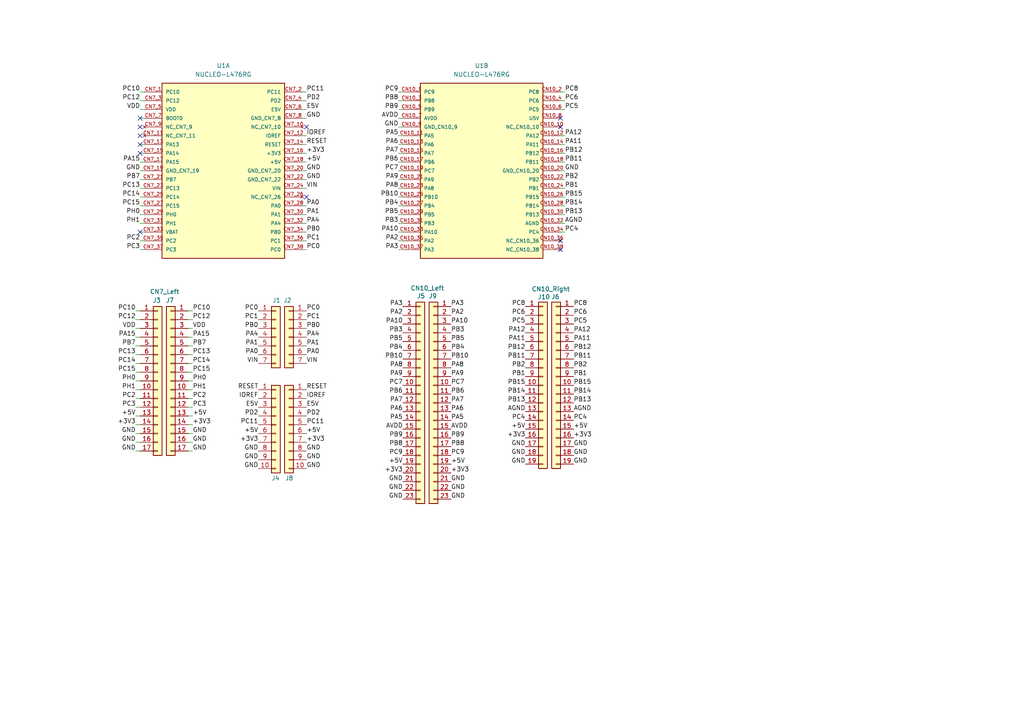
<source format=kicad_sch>
(kicad_sch (version 20250114) (generator "eeschema") (generator_version "9.0")
  (paper "A4")
  (lib_symbols
    (symbol "Conn_01x17_1" (pin_names (offset 1.016) (hide yes))
      (property "Reference" "J" (at 0 22.86 0))
      (property "Value" "Conn_01x17" (at 0 -22.86 0))
      (symbol "Conn_01x17_1_1_1"
        (rectangle (start -1.27 21.59) (end 1.27 -21.59) (stroke (width 0.254)) (fill (type background)))
        (rectangle (start -1.27 20.447) (end 0 20.193) (stroke (width 0.1524)))
        (rectangle (start -1.27 17.907) (end 0 17.653) (stroke (width 0.1524)))
        (rectangle (start -1.27 15.367) (end 0 15.113) (stroke (width 0.1524)))
        (rectangle (start -1.27 12.827) (end 0 12.573) (stroke (width 0.1524)))
        (rectangle (start -1.27 10.287) (end 0 10.033) (stroke (width 0.1524)))
        (rectangle (start -1.27 7.747) (end 0 7.493) (stroke (width 0.1524)))
        (rectangle (start -1.27 5.207) (end 0 4.953) (stroke (width 0.1524)))
        (rectangle (start -1.27 2.667) (end 0 2.413) (stroke (width 0.1524)))
        (rectangle (start -1.27 0.127) (end 0 -0.127) (stroke (width 0.1524)))
        (rectangle (start -1.27 -2.413) (end 0 -2.667) (stroke (width 0.1524)))
        (rectangle (start -1.27 -4.953) (end 0 -5.207) (stroke (width 0.1524)))
        (rectangle (start -1.27 -7.493) (end 0 -7.747) (stroke (width 0.1524)))
        (rectangle (start -1.27 -10.033) (end 0 -10.287) (stroke (width 0.1524)))
        (rectangle (start -1.27 -12.573) (end 0 -12.827) (stroke (width 0.1524)))
        (rectangle (start -1.27 -15.113) (end 0 -15.367) (stroke (width 0.1524)))
        (rectangle (start -1.27 -17.653) (end 0 -17.907) (stroke (width 0.1524)))
        (rectangle (start -1.27 -20.193) (end 0 -20.447) (stroke (width 0.1524)))
        (pin passive line (at -5.08 20.32 0) (length 3.81) (name "Pin_1") (number "1"))
        (pin passive line (at -5.08 17.78 0) (length 3.81) (name "Pin_2") (number "2"))
        (pin passive line (at -5.08 15.24 0) (length 3.81) (name "Pin_3") (number "3"))
        (pin passive line (at -5.08 12.7 0) (length 3.81) (name "Pin_4") (number "4"))
        (pin passive line (at -5.08 10.16 0) (length 3.81) (name "Pin_5") (number "5"))
        (pin passive line (at -5.08 7.62 0) (length 3.81) (name "Pin_6") (number "6"))
        (pin passive line (at -5.08 5.08 0) (length 3.81) (name "Pin_7") (number "7"))
        (pin passive line (at -5.08 2.54 0) (length 3.81) (name "Pin_8") (number "8"))
        (pin passive line (at -5.08 0 0) (length 3.81) (name "Pin_9") (number "9"))
        (pin passive line (at -5.08 -2.54 0) (length 3.81) (name "Pin_10") (number "10"))
        (pin passive line (at -5.08 -5.08 0) (length 3.81) (name "Pin_11") (number "11"))
        (pin passive line (at -5.08 -7.62 0) (length 3.81) (name "Pin_12") (number "12"))
        (pin passive line (at -5.08 -10.16 0) (length 3.81) (name "Pin_13") (number "13"))
        (pin passive line (at -5.08 -12.7 0) (length 3.81) (name "Pin_14") (number "14"))
        (pin passive line (at -5.08 -15.24 0) (length 3.81) (name "Pin_15") (number "15"))
        (pin passive line (at -5.08 -17.78 0) (length 3.81) (name "Pin_16") (number "16"))
        (pin passive line (at -5.08 -20.32 0) (length 3.81) (name "Pin_17") (number "17"))
      )
    )
    (symbol "Connector_Generic:Conn_01x07" (pin_names (offset 1.016) (hide yes))
      (property "Reference" "J" (at 0 10.16 0))
      (property "Value" "Conn_01x07" (at 0 -10.16 0))
      (symbol "Conn_01x07_1_1"
        (rectangle (start -1.27 8.89) (end 1.27 -8.89) (stroke (width 0.254)) (fill (type background)))
        (rectangle (start -1.27 7.747) (end 0 7.493) (stroke (width 0.1524)))
        (rectangle (start -1.27 5.207) (end 0 4.953) (stroke (width 0.1524)))
        (rectangle (start -1.27 2.667) (end 0 2.413) (stroke (width 0.1524)))
        (rectangle (start -1.27 0.127) (end 0 -0.127) (stroke (width 0.1524)))
        (rectangle (start -1.27 -2.413) (end 0 -2.667) (stroke (width 0.1524)))
        (rectangle (start -1.27 -4.953) (end 0 -5.207) (stroke (width 0.1524)))
        (rectangle (start -1.27 -7.493) (end 0 -7.747) (stroke (width 0.1524)))
        (pin passive line (at -5.08 7.62 0) (length 3.81) (name "Pin_1") (number "1"))
        (pin passive line (at -5.08 5.08 0) (length 3.81) (name "Pin_2") (number "2"))
        (pin passive line (at -5.08 2.54 0) (length 3.81) (name "Pin_3") (number "3"))
        (pin passive line (at -5.08 0 0) (length 3.81) (name "Pin_4") (number "4"))
        (pin passive line (at -5.08 -2.54 0) (length 3.81) (name "Pin_5") (number "5"))
        (pin passive line (at -5.08 -5.08 0) (length 3.81) (name "Pin_6") (number "6"))
        (pin passive line (at -5.08 -7.62 0) (length 3.81) (name "Pin_7") (number "7"))
      )
    )
    (symbol "Connector_Generic:Conn_01x10" (pin_names (offset 1.016) (hide yes))
      (property "Reference" "J" (at 0 12.7 0))
      (property "Value" "Conn_01x10" (at 0 -15.24 0))
      (symbol "Conn_01x10_1_1"
        (rectangle (start -1.27 11.43) (end 1.27 -13.97) (stroke (width 0.254)) (fill (type background)))
        (rectangle (start -1.27 10.287) (end 0 10.033) (stroke (width 0.1524)))
        (rectangle (start -1.27 7.747) (end 0 7.493) (stroke (width 0.1524)))
        (rectangle (start -1.27 5.207) (end 0 4.953) (stroke (width 0.1524)))
        (rectangle (start -1.27 2.667) (end 0 2.413) (stroke (width 0.1524)))
        (rectangle (start -1.27 0.127) (end 0 -0.127) (stroke (width 0.1524)))
        (rectangle (start -1.27 -2.413) (end 0 -2.667) (stroke (width 0.1524)))
        (rectangle (start -1.27 -4.953) (end 0 -5.207) (stroke (width 0.1524)))
        (rectangle (start -1.27 -7.493) (end 0 -7.747) (stroke (width 0.1524)))
        (rectangle (start -1.27 -10.033) (end 0 -10.287) (stroke (width 0.1524)))
        (rectangle (start -1.27 -12.573) (end 0 -12.827) (stroke (width 0.1524)))
        (pin passive line (at -5.08 10.16 0) (length 3.81) (name "Pin_1") (number "1"))
        (pin passive line (at -5.08 7.62 0) (length 3.81) (name "Pin_2") (number "2"))
        (pin passive line (at -5.08 5.08 0) (length 3.81) (name "Pin_3") (number "3"))
        (pin passive line (at -5.08 2.54 0) (length 3.81) (name "Pin_4") (number "4"))
        (pin passive line (at -5.08 0 0) (length 3.81) (name "Pin_5") (number "5"))
        (pin passive line (at -5.08 -2.54 0) (length 3.81) (name "Pin_6") (number "6"))
        (pin passive line (at -5.08 -5.08 0) (length 3.81) (name "Pin_7") (number "7"))
        (pin passive line (at -5.08 -7.62 0) (length 3.81) (name "Pin_8") (number "8"))
        (pin passive line (at -5.08 -10.16 0) (length 3.81) (name "Pin_9") (number "9"))
        (pin passive line (at -5.08 -12.7 0) (length 3.81) (name "Pin_10") (number "10"))
      )
    )
    (symbol "Connector_Generic:Conn_01x17" (pin_names (offset 1.016) (hide yes))
      (property "Reference" "J" (at 0 22.86 0))
      (property "Value" "Conn_01x17" (at 0 -22.86 0))
      (symbol "Conn_01x17_1_1"
        (rectangle (start -1.27 21.59) (end 1.27 -21.59) (stroke (width 0.254)) (fill (type background)))
        (rectangle (start -1.27 20.447) (end 0 20.193) (stroke (width 0.1524)))
        (rectangle (start -1.27 17.907) (end 0 17.653) (stroke (width 0.1524)))
        (rectangle (start -1.27 15.367) (end 0 15.113) (stroke (width 0.1524)))
        (rectangle (start -1.27 12.827) (end 0 12.573) (stroke (width 0.1524)))
        (rectangle (start -1.27 10.287) (end 0 10.033) (stroke (width 0.1524)))
        (rectangle (start -1.27 7.747) (end 0 7.493) (stroke (width 0.1524)))
        (rectangle (start -1.27 5.207) (end 0 4.953) (stroke (width 0.1524)))
        (rectangle (start -1.27 2.667) (end 0 2.413) (stroke (width 0.1524)))
        (rectangle (start -1.27 0.127) (end 0 -0.127) (stroke (width 0.1524)))
        (rectangle (start -1.27 -2.413) (end 0 -2.667) (stroke (width 0.1524)))
        (rectangle (start -1.27 -4.953) (end 0 -5.207) (stroke (width 0.1524)))
        (rectangle (start -1.27 -7.493) (end 0 -7.747) (stroke (width 0.1524)))
        (rectangle (start -1.27 -10.033) (end 0 -10.287) (stroke (width 0.1524)))
        (rectangle (start -1.27 -12.573) (end 0 -12.827) (stroke (width 0.1524)))
        (rectangle (start -1.27 -15.113) (end 0 -15.367) (stroke (width 0.1524)))
        (rectangle (start -1.27 -17.653) (end 0 -17.907) (stroke (width 0.1524)))
        (rectangle (start -1.27 -20.193) (end 0 -20.447) (stroke (width 0.1524)))
        (pin passive line (at -5.08 20.32 0) (length 3.81) (name "Pin_1") (number "1"))
        (pin passive line (at -5.08 17.78 0) (length 3.81) (name "Pin_2") (number "2"))
        (pin passive line (at -5.08 15.24 0) (length 3.81) (name "Pin_3") (number "3"))
        (pin passive line (at -5.08 12.7 0) (length 3.81) (name "Pin_4") (number "4"))
        (pin passive line (at -5.08 10.16 0) (length 3.81) (name "Pin_5") (number "5"))
        (pin passive line (at -5.08 7.62 0) (length 3.81) (name "Pin_6") (number "6"))
        (pin passive line (at -5.08 5.08 0) (length 3.81) (name "Pin_7") (number "7"))
        (pin passive line (at -5.08 2.54 0) (length 3.81) (name "Pin_8") (number "8"))
        (pin passive line (at -5.08 0 0) (length 3.81) (name "Pin_9") (number "9"))
        (pin passive line (at -5.08 -2.54 0) (length 3.81) (name "Pin_10") (number "10"))
        (pin passive line (at -5.08 -5.08 0) (length 3.81) (name "Pin_11") (number "11"))
        (pin passive line (at -5.08 -7.62 0) (length 3.81) (name "Pin_12") (number "12"))
        (pin passive line (at -5.08 -10.16 0) (length 3.81) (name "Pin_13") (number "13"))
        (pin passive line (at -5.08 -12.7 0) (length 3.81) (name "Pin_14") (number "14"))
        (pin passive line (at -5.08 -15.24 0) (length 3.81) (name "Pin_15") (number "15"))
        (pin passive line (at -5.08 -17.78 0) (length 3.81) (name "Pin_16") (number "16"))
        (pin passive line (at -5.08 -20.32 0) (length 3.81) (name "Pin_17") (number "17"))
      )
    )
    (symbol "Connector_Generic:Conn_01x19" (pin_names (offset 1.016) (hide yes))
      (property "Reference" "J" (at 0 25.4 0))
      (property "Value" "Conn_01x19" (at 0 -25.4 0))
      (symbol "Conn_01x19_1_1"
        (rectangle (start -1.27 24.13) (end 1.27 -24.13) (stroke (width 0.254)) (fill (type background)))
        (rectangle (start -1.27 22.987) (end 0 22.733) (stroke (width 0.1524)))
        (rectangle (start -1.27 20.447) (end 0 20.193) (stroke (width 0.1524)))
        (rectangle (start -1.27 17.907) (end 0 17.653) (stroke (width 0.1524)))
        (rectangle (start -1.27 15.367) (end 0 15.113) (stroke (width 0.1524)))
        (rectangle (start -1.27 12.827) (end 0 12.573) (stroke (width 0.1524)))
        (rectangle (start -1.27 10.287) (end 0 10.033) (stroke (width 0.1524)))
        (rectangle (start -1.27 7.747) (end 0 7.493) (stroke (width 0.1524)))
        (rectangle (start -1.27 5.207) (end 0 4.953) (stroke (width 0.1524)))
        (rectangle (start -1.27 2.667) (end 0 2.413) (stroke (width 0.1524)))
        (rectangle (start -1.27 0.127) (end 0 -0.127) (stroke (width 0.1524)))
        (rectangle (start -1.27 -2.413) (end 0 -2.667) (stroke (width 0.1524)))
        (rectangle (start -1.27 -4.953) (end 0 -5.207) (stroke (width 0.1524)))
        (rectangle (start -1.27 -7.493) (end 0 -7.747) (stroke (width 0.1524)))
        (rectangle (start -1.27 -10.033) (end 0 -10.287) (stroke (width 0.1524)))
        (rectangle (start -1.27 -12.573) (end 0 -12.827) (stroke (width 0.1524)))
        (rectangle (start -1.27 -15.113) (end 0 -15.367) (stroke (width 0.1524)))
        (rectangle (start -1.27 -17.653) (end 0 -17.907) (stroke (width 0.1524)))
        (rectangle (start -1.27 -20.193) (end 0 -20.447) (stroke (width 0.1524)))
        (rectangle (start -1.27 -22.733) (end 0 -22.987) (stroke (width 0.1524)))
        (pin passive line (at -5.08 22.86 0) (length 3.81) (name "Pin_1") (number "1"))
        (pin passive line (at -5.08 20.32 0) (length 3.81) (name "Pin_2") (number "2"))
        (pin passive line (at -5.08 17.78 0) (length 3.81) (name "Pin_3") (number "3"))
        (pin passive line (at -5.08 15.24 0) (length 3.81) (name "Pin_4") (number "4"))
        (pin passive line (at -5.08 12.7 0) (length 3.81) (name "Pin_5") (number "5"))
        (pin passive line (at -5.08 10.16 0) (length 3.81) (name "Pin_6") (number "6"))
        (pin passive line (at -5.08 7.62 0) (length 3.81) (name "Pin_7") (number "7"))
        (pin passive line (at -5.08 5.08 0) (length 3.81) (name "Pin_8") (number "8"))
        (pin passive line (at -5.08 2.54 0) (length 3.81) (name "Pin_9") (number "9"))
        (pin passive line (at -5.08 0 0) (length 3.81) (name "Pin_10") (number "10"))
        (pin passive line (at -5.08 -2.54 0) (length 3.81) (name "Pin_11") (number "11"))
        (pin passive line (at -5.08 -5.08 0) (length 3.81) (name "Pin_12") (number "12"))
        (pin passive line (at -5.08 -7.62 0) (length 3.81) (name "Pin_13") (number "13"))
        (pin passive line (at -5.08 -10.16 0) (length 3.81) (name "Pin_14") (number "14"))
        (pin passive line (at -5.08 -12.7 0) (length 3.81) (name "Pin_15") (number "15"))
        (pin passive line (at -5.08 -15.24 0) (length 3.81) (name "Pin_16") (number "16"))
        (pin passive line (at -5.08 -17.78 0) (length 3.81) (name "Pin_17") (number "17"))
        (pin passive line (at -5.08 -20.32 0) (length 3.81) (name "Pin_18") (number "18"))
        (pin passive line (at -5.08 -22.86 0) (length 3.81) (name "Pin_19") (number "19"))
      )
    )
    (symbol "Connector_Generic:Conn_01x23" (pin_names (offset 1.016) (hide yes))
      (property "Reference" "J" (at 0 30.48 0))
      (property "Value" "Conn_01x23" (at 0 -30.48 0))
      (symbol "Conn_01x23_1_1"
        (rectangle (start -1.27 29.21) (end 1.27 -29.21) (stroke (width 0.254)) (fill (type background)))
        (rectangle (start -1.27 28.067) (end 0 27.813) (stroke (width 0.1524)))
        (rectangle (start -1.27 25.527) (end 0 25.273) (stroke (width 0.1524)))
        (rectangle (start -1.27 22.987) (end 0 22.733) (stroke (width 0.1524)))
        (rectangle (start -1.27 20.447) (end 0 20.193) (stroke (width 0.1524)))
        (rectangle (start -1.27 17.907) (end 0 17.653) (stroke (width 0.1524)))
        (rectangle (start -1.27 15.367) (end 0 15.113) (stroke (width 0.1524)))
        (rectangle (start -1.27 12.827) (end 0 12.573) (stroke (width 0.1524)))
        (rectangle (start -1.27 10.287) (end 0 10.033) (stroke (width 0.1524)))
        (rectangle (start -1.27 7.747) (end 0 7.493) (stroke (width 0.1524)))
        (rectangle (start -1.27 5.207) (end 0 4.953) (stroke (width 0.1524)))
        (rectangle (start -1.27 2.667) (end 0 2.413) (stroke (width 0.1524)))
        (rectangle (start -1.27 0.127) (end 0 -0.127) (stroke (width 0.1524)))
        (rectangle (start -1.27 -2.413) (end 0 -2.667) (stroke (width 0.1524)))
        (rectangle (start -1.27 -4.953) (end 0 -5.207) (stroke (width 0.1524)))
        (rectangle (start -1.27 -7.493) (end 0 -7.747) (stroke (width 0.1524)))
        (rectangle (start -1.27 -10.033) (end 0 -10.287) (stroke (width 0.1524)))
        (rectangle (start -1.27 -12.573) (end 0 -12.827) (stroke (width 0.1524)))
        (rectangle (start -1.27 -15.113) (end 0 -15.367) (stroke (width 0.1524)))
        (rectangle (start -1.27 -17.653) (end 0 -17.907) (stroke (width 0.1524)))
        (rectangle (start -1.27 -20.193) (end 0 -20.447) (stroke (width 0.1524)))
        (rectangle (start -1.27 -22.733) (end 0 -22.987) (stroke (width 0.1524)))
        (rectangle (start -1.27 -25.273) (end 0 -25.527) (stroke (width 0.1524)))
        (rectangle (start -1.27 -27.813) (end 0 -28.067) (stroke (width 0.1524)))
        (pin passive line (at -5.08 27.94 0) (length 3.81) (name "Pin_1") (number "1"))
        (pin passive line (at -5.08 25.4 0) (length 3.81) (name "Pin_2") (number "2"))
        (pin passive line (at -5.08 22.86 0) (length 3.81) (name "Pin_3") (number "3"))
        (pin passive line (at -5.08 20.32 0) (length 3.81) (name "Pin_4") (number "4"))
        (pin passive line (at -5.08 17.78 0) (length 3.81) (name "Pin_5") (number "5"))
        (pin passive line (at -5.08 15.24 0) (length 3.81) (name "Pin_6") (number "6"))
        (pin passive line (at -5.08 12.7 0) (length 3.81) (name "Pin_7") (number "7"))
        (pin passive line (at -5.08 10.16 0) (length 3.81) (name "Pin_8") (number "8"))
        (pin passive line (at -5.08 7.62 0) (length 3.81) (name "Pin_9") (number "9"))
        (pin passive line (at -5.08 5.08 0) (length 3.81) (name "Pin_10") (number "10"))
        (pin passive line (at -5.08 2.54 0) (length 3.81) (name "Pin_11") (number "11"))
        (pin passive line (at -5.08 0 0) (length 3.81) (name "Pin_12") (number "12"))
        (pin passive line (at -5.08 -2.54 0) (length 3.81) (name "Pin_13") (number "13"))
        (pin passive line (at -5.08 -5.08 0) (length 3.81) (name "Pin_14") (number "14"))
        (pin passive line (at -5.08 -7.62 0) (length 3.81) (name "Pin_15") (number "15"))
        (pin passive line (at -5.08 -10.16 0) (length 3.81) (name "Pin_16") (number "16"))
        (pin passive line (at -5.08 -12.7 0) (length 3.81) (name "Pin_17") (number "17"))
        (pin passive line (at -5.08 -15.24 0) (length 3.81) (name "Pin_18") (number "18"))
        (pin passive line (at -5.08 -17.78 0) (length 3.81) (name "Pin_19") (number "19"))
        (pin passive line (at -5.08 -20.32 0) (length 3.81) (name "Pin_20") (number "20"))
        (pin passive line (at -5.08 -22.86 0) (length 3.81) (name "Pin_21") (number "21"))
        (pin passive line (at -5.08 -25.4 0) (length 3.81) (name "Pin_22") (number "22"))
        (pin passive line (at -5.08 -27.94 0) (length 3.81) (name "Pin_23") (number "23"))
      )
    )
    (symbol "NUCLEO-L476RG:NUCLEO-L476RG" (pin_names (offset 1.016))
      (property "Reference" "U" (at -17.78 26.162 0))
      (property "Value" "NUCLEO-L476RG" (at -17.78 -27.94 0))
      (symbol "NUCLEO-L476RG_1_0"
        (rectangle (start -17.78 -25.4) (end 17.78 25.4) (stroke (width 0.254)) (fill (type background)))
        (pin bidirectional line (at -22.86 22.86 0) (length 5.08) (name "PC10") (number "CN7_1"))
        (pin bidirectional line (at -22.86 20.32 0) (length 5.08) (name "PC12") (number "CN7_3"))
        (pin power_in line (at -22.86 17.78 0) (length 5.08) (name "VDD") (number "CN7_5"))
        (pin input line (at -22.86 15.24 0) (length 5.08) (name "BOOT0") (number "CN7_7"))
        (pin no_connect line (at -22.86 12.7 0) (length 5.08) (name "NC_CN7_9") (number "CN7_9"))
        (pin no_connect line (at -22.86 10.16 0) (length 5.08) (name "NC_CN7_11") (number "CN7_11"))
        (pin bidirectional line (at -22.86 7.62 0) (length 5.08) (name "PA13") (number "CN7_13"))
        (pin bidirectional line (at -22.86 5.08 0) (length 5.08) (name "PA14") (number "CN7_15"))
        (pin bidirectional line (at -22.86 2.54 0) (length 5.08) (name "PA15") (number "CN7_17"))
        (pin power_in line (at -22.86 0 0) (length 5.08) (name "GND_CN7_19") (number "CN7_19"))
        (pin bidirectional line (at -22.86 -2.54 0) (length 5.08) (name "PB7") (number "CN7_21"))
        (pin bidirectional line (at -22.86 -5.08 0) (length 5.08) (name "PC13") (number "CN7_23"))
        (pin bidirectional line (at -22.86 -7.62 0) (length 5.08) (name "PC14") (number "CN7_25"))
        (pin bidirectional line (at -22.86 -10.16 0) (length 5.08) (name "PC15") (number "CN7_27"))
        (pin bidirectional line (at -22.86 -12.7 0) (length 5.08) (name "PH0") (number "CN7_29"))
        (pin bidirectional line (at -22.86 -15.24 0) (length 5.08) (name "PH1") (number "CN7_31"))
        (pin power_in line (at -22.86 -17.78 0) (length 5.08) (name "VBAT") (number "CN7_33"))
        (pin bidirectional line (at -22.86 -20.32 0) (length 5.08) (name "PC2") (number "CN7_35"))
        (pin bidirectional line (at -22.86 -22.86 0) (length 5.08) (name "PC3") (number "CN7_37"))
        (pin bidirectional line (at 22.86 22.86 180) (length 5.08) (name "PC11") (number "CN7_2"))
        (pin bidirectional line (at 22.86 20.32 180) (length 5.08) (name "PD2") (number "CN7_4"))
        (pin power_in line (at 22.86 17.78 180) (length 5.08) (name "E5V") (number "CN7_6"))
        (pin power_in line (at 22.86 15.24 180) (length 5.08) (name "GND_CN7_8") (number "CN7_8"))
        (pin no_connect line (at 22.86 12.7 180) (length 5.08) (name "NC_CN7_10") (number "CN7_10"))
        (pin input line (at 22.86 10.16 180) (length 5.08) (name "IOREF") (number "CN7_12"))
        (pin input line (at 22.86 7.62 180) (length 5.08) (name "RESET") (number "CN7_14"))
        (pin power_in line (at 22.86 5.08 180) (length 5.08) (name "+3V3") (number "CN7_16"))
        (pin power_in line (at 22.86 2.54 180) (length 5.08) (name "+5V") (number "CN7_18"))
        (pin power_in line (at 22.86 0 180) (length 5.08) (name "GND_CN7_20") (number "CN7_20"))
        (pin power_in line (at 22.86 -2.54 180) (length 5.08) (name "GND_CN7_22") (number "CN7_22"))
        (pin power_in line (at 22.86 -5.08 180) (length 5.08) (name "VIN") (number "CN7_24"))
        (pin no_connect line (at 22.86 -7.62 180) (length 5.08) (name "NC_CN7_26") (number "CN7_26"))
        (pin bidirectional line (at 22.86 -10.16 180) (length 5.08) (name "PA0") (number "CN7_28"))
        (pin bidirectional line (at 22.86 -12.7 180) (length 5.08) (name "PA1") (number "CN7_30"))
        (pin bidirectional line (at 22.86 -15.24 180) (length 5.08) (name "PA4") (number "CN7_32"))
        (pin bidirectional line (at 22.86 -17.78 180) (length 5.08) (name "PB0") (number "CN7_34"))
        (pin bidirectional line (at 22.86 -20.32 180) (length 5.08) (name "PC1") (number "CN7_36"))
        (pin bidirectional line (at 22.86 -22.86 180) (length 5.08) (name "PC0") (number "CN7_38"))
      )
      (symbol "NUCLEO-L476RG_2_0"
        (rectangle (start -17.78 -25.4) (end 17.78 25.4) (stroke (width 0.254)) (fill (type background)))
        (pin bidirectional line (at -22.86 22.86 0) (length 5.08) (name "PC9") (number "CN10_1"))
        (pin bidirectional line (at -22.86 20.32 0) (length 5.08) (name "PB8") (number "CN10_3"))
        (pin bidirectional line (at -22.86 17.78 0) (length 5.08) (name "PB9") (number "CN10_5"))
        (pin power_in line (at -22.86 15.24 0) (length 5.08) (name "AVDD") (number "CN10_7"))
        (pin power_in line (at -22.86 12.7 0) (length 5.08) (name "GND_CN10_9") (number "CN10_9"))
        (pin bidirectional line (at -22.86 10.16 0) (length 5.08) (name "PA5") (number "CN10_11"))
        (pin bidirectional line (at -22.86 7.62 0) (length 5.08) (name "PA6") (number "CN10_13"))
        (pin bidirectional line (at -22.86 5.08 0) (length 5.08) (name "PA7") (number "CN10_15"))
        (pin bidirectional line (at -22.86 2.54 0) (length 5.08) (name "PB6") (number "CN10_17"))
        (pin bidirectional line (at -22.86 0 0) (length 5.08) (name "PC7") (number "CN10_19"))
        (pin bidirectional line (at -22.86 -2.54 0) (length 5.08) (name "PA9") (number "CN10_21"))
        (pin bidirectional line (at -22.86 -5.08 0) (length 5.08) (name "PA8") (number "CN10_23"))
        (pin bidirectional line (at -22.86 -7.62 0) (length 5.08) (name "PB10") (number "CN10_25"))
        (pin bidirectional line (at -22.86 -10.16 0) (length 5.08) (name "PB4") (number "CN10_27"))
        (pin bidirectional line (at -22.86 -12.7 0) (length 5.08) (name "PB5") (number "CN10_29"))
        (pin bidirectional line (at -22.86 -15.24 0) (length 5.08) (name "PB3") (number "CN10_31"))
        (pin bidirectional line (at -22.86 -17.78 0) (length 5.08) (name "PA10") (number "CN10_33"))
        (pin bidirectional line (at -22.86 -20.32 0) (length 5.08) (name "PA2") (number "CN10_35"))
        (pin bidirectional line (at -22.86 -22.86 0) (length 5.08) (name "PA3") (number "CN10_37"))
        (pin bidirectional line (at 22.86 22.86 180) (length 5.08) (name "PC8") (number "CN10_2"))
        (pin bidirectional line (at 22.86 20.32 180) (length 5.08) (name "PC6") (number "CN10_4"))
        (pin bidirectional line (at 22.86 17.78 180) (length 5.08) (name "PC5") (number "CN10_6"))
        (pin power_in line (at 22.86 15.24 180) (length 5.08) (name "U5V") (number "CN10_8"))
        (pin no_connect line (at 22.86 12.7 180) (length 5.08) (name "NC_CN10_10") (number "CN10_10"))
        (pin bidirectional line (at 22.86 10.16 180) (length 5.08) (name "PA12") (number "CN10_12"))
        (pin bidirectional line (at 22.86 7.62 180) (length 5.08) (name "PA11") (number "CN10_14"))
        (pin bidirectional line (at 22.86 5.08 180) (length 5.08) (name "PB12") (number "CN10_16"))
        (pin bidirectional line (at 22.86 2.54 180) (length 5.08) (name "PB11") (number "CN10_18"))
        (pin power_in line (at 22.86 0 180) (length 5.08) (name "GND_CN10_20") (number "CN10_20"))
        (pin bidirectional line (at 22.86 -2.54 180) (length 5.08) (name "PB2") (number "CN10_22"))
        (pin bidirectional line (at 22.86 -5.08 180) (length 5.08) (name "PB1") (number "CN10_24"))
        (pin bidirectional line (at 22.86 -7.62 180) (length 5.08) (name "PB15") (number "CN10_26"))
        (pin bidirectional line (at 22.86 -10.16 180) (length 5.08) (name "PB14") (number "CN10_28"))
        (pin bidirectional line (at 22.86 -12.7 180) (length 5.08) (name "PB13") (number "CN10_30"))
        (pin power_in line (at 22.86 -15.24 180) (length 5.08) (name "AGND") (number "CN10_32"))
        (pin bidirectional line (at 22.86 -17.78 180) (length 5.08) (name "PC4") (number "CN10_34"))
        (pin no_connect line (at 22.86 -20.32 180) (length 5.08) (name "NC_CN10_36") (number "CN10_36"))
        (pin no_connect line (at 22.86 -22.86 180) (length 5.08) (name "NC_CN10_38") (number "CN10_38"))
      )
    )
  )
  (no_connect (at 88.9 36.83))
  (no_connect (at 40.64 34.29))
  (no_connect (at 162.56 72.39))
  (no_connect (at 40.64 39.37))
  (no_connect (at 40.64 44.45))
  (no_connect (at 88.9 57.15))
  (no_connect (at 162.56 36.83))
  (no_connect (at 162.56 34.29))
  (no_connect (at 40.64 36.83))
  (no_connect (at 40.64 41.91))
  (no_connect (at 40.64 67.31))
  (no_connect (at 162.56 69.85))
  (wire (pts (xy 163.83 31.75) (xy 162.56 31.75)))
  (wire (pts (xy 88.9 69.85) (xy 87.63 69.85)))
  (wire (pts (xy 88.9 72.39) (xy 87.63 72.39)))
  (wire (pts (xy 88.9 59.69) (xy 87.63 59.69)))
  (wire (pts (xy 115.57 57.15) (xy 116.84 57.15)))
  (wire (pts (xy 163.83 29.21) (xy 162.56 29.21)))
  (wire (pts (xy 39.37 90.17) (xy 40.64 90.17)))
  (wire (pts (xy 88.9 46.99) (xy 87.63 46.99)))
  (wire (pts (xy 115.57 31.75) (xy 116.84 31.75)))
  (wire (pts (xy 88.9 64.77) (xy 87.63 64.77)))
  (wire (pts (xy 55.88 128.27) (xy 54.61 128.27)))
  (wire (pts (xy 40.64 29.21) (xy 41.91 29.21)))
  (wire (pts (xy 115.57 59.69) (xy 116.84 59.69)))
  (wire (pts (xy 88.9 54.61) (xy 87.63 54.61)))
  (wire (pts (xy 40.64 52.07) (xy 41.91 52.07)))
  (wire (pts (xy 40.64 69.85) (xy 41.91 69.85)))
  (wire (pts (xy 88.9 52.07) (xy 87.63 52.07)))
  (wire (pts (xy 115.57 64.77) (xy 116.84 64.77)))
  (wire (pts (xy 88.9 49.53) (xy 87.63 49.53)))
  (wire (pts (xy 40.64 31.75) (xy 41.91 31.75)))
  (wire (pts (xy 115.57 52.07) (xy 116.84 52.07)))
  (wire (pts (xy 115.57 41.91) (xy 116.84 41.91)))
  (wire (pts (xy 55.88 120.65) (xy 54.61 120.65)))
  (wire (pts (xy 115.57 54.61) (xy 116.84 54.61)))
  (wire (pts (xy 55.88 107.95) (xy 54.61 107.95)))
  (wire (pts (xy 39.37 107.95) (xy 40.64 107.95)))
  (wire (pts (xy 55.88 105.41) (xy 54.61 105.41)))
  (wire (pts (xy 55.88 123.19) (xy 54.61 123.19)))
  (wire (pts (xy 40.64 62.23) (xy 41.91 62.23)))
  (wire (pts (xy 55.88 130.81) (xy 54.61 130.81)))
  (wire (pts (xy 40.64 34.29) (xy 41.91 34.29)))
  (wire (pts (xy 39.37 102.87) (xy 40.64 102.87)))
  (wire (pts (xy 163.83 49.53) (xy 162.56 49.53)))
  (wire (pts (xy 115.57 69.85) (xy 116.84 69.85)))
  (wire (pts (xy 115.57 62.23) (xy 116.84 62.23)))
  (wire (pts (xy 115.57 49.53) (xy 116.84 49.53)))
  (wire (pts (xy 39.37 115.57) (xy 40.64 115.57)))
  (wire (pts (xy 55.88 100.33) (xy 54.61 100.33)))
  (wire (pts (xy 115.57 39.37) (xy 116.84 39.37)))
  (wire (pts (xy 40.64 41.91) (xy 41.91 41.91)))
  (wire (pts (xy 55.88 125.73) (xy 54.61 125.73)))
  (wire (pts (xy 163.83 52.07) (xy 162.56 52.07)))
  (wire (pts (xy 39.37 97.79) (xy 40.64 97.79)))
  (wire (pts (xy 40.64 46.99) (xy 41.91 46.99)))
  (wire (pts (xy 115.57 34.29) (xy 116.84 34.29)))
  (wire (pts (xy 55.88 97.79) (xy 54.61 97.79)))
  (wire (pts (xy 40.64 67.31) (xy 41.91 67.31)))
  (wire (pts (xy 115.57 46.99) (xy 116.84 46.99)))
  (wire (pts (xy 163.83 57.15) (xy 162.56 57.15)))
  (wire (pts (xy 39.37 130.81) (xy 40.64 130.81)))
  (wire (pts (xy 115.57 44.45) (xy 116.84 44.45)))
  (wire (pts (xy 163.83 54.61) (xy 162.56 54.61)))
  (wire (pts (xy 39.37 92.71) (xy 40.64 92.71)))
  (wire (pts (xy 163.83 59.69) (xy 162.56 59.69)))
  (wire (pts (xy 163.83 41.91) (xy 162.56 41.91)))
  (wire (pts (xy 88.9 34.29) (xy 87.63 34.29)))
  (wire (pts (xy 40.64 64.77) (xy 41.91 64.77)))
  (wire (pts (xy 115.57 36.83) (xy 116.84 36.83)))
  (wire (pts (xy 40.64 49.53) (xy 41.91 49.53)))
  (wire (pts (xy 115.57 29.21) (xy 116.84 29.21)))
  (wire (pts (xy 39.37 100.33) (xy 40.64 100.33)))
  (wire (pts (xy 163.83 64.77) (xy 162.56 64.77)))
  (wire (pts (xy 55.88 118.11) (xy 54.61 118.11)))
  (wire (pts (xy 88.9 62.23) (xy 87.63 62.23)))
  (wire (pts (xy 163.83 39.37) (xy 162.56 39.37)))
  (wire (pts (xy 55.88 90.17) (xy 54.61 90.17)))
  (wire (pts (xy 40.64 44.45) (xy 41.91 44.45)))
  (wire (pts (xy 55.88 102.87) (xy 54.61 102.87)))
  (wire (pts (xy 40.64 72.39) (xy 41.91 72.39)))
  (wire (pts (xy 115.57 72.39) (xy 116.84 72.39)))
  (wire (pts (xy 115.57 67.31) (xy 116.84 67.31)))
  (wire (pts (xy 163.83 67.31) (xy 162.56 67.31)))
  (wire (pts (xy 39.37 128.27) (xy 40.64 128.27)))
  (wire (pts (xy 55.88 95.25) (xy 54.61 95.25)))
  (wire (pts (xy 40.64 54.61) (xy 41.91 54.61)))
  (wire (pts (xy 88.9 29.21) (xy 87.63 29.21)))
  (wire (pts (xy 39.37 125.73) (xy 40.64 125.73)))
  (wire (pts (xy 39.37 95.25) (xy 40.64 95.25)))
  (wire (pts (xy 55.88 110.49) (xy 54.61 110.49)))
  (wire (pts (xy 88.9 39.37) (xy 87.63 39.37)))
  (wire (pts (xy 40.64 59.69) (xy 41.91 59.69)))
  (wire (pts (xy 88.9 67.31) (xy 87.63 67.31)))
  (wire (pts (xy 163.83 46.99) (xy 162.56 46.99)))
  (wire (pts (xy 88.9 31.75) (xy 87.63 31.75)))
  (wire (pts (xy 39.37 123.19) (xy 40.64 123.19)))
  (wire (pts (xy 39.37 113.03) (xy 40.64 113.03)))
  (wire (pts (xy 163.83 62.23) (xy 162.56 62.23)))
  (wire (pts (xy 39.37 120.65) (xy 40.64 120.65)))
  (wire (pts (xy 40.64 57.15) (xy 41.91 57.15)))
  (wire (pts (xy 163.83 44.45) (xy 162.56 44.45)))
  (wire (pts (xy 55.88 113.03) (xy 54.61 113.03)))
  (wire (pts (xy 39.37 105.41) (xy 40.64 105.41)))
  (wire (pts (xy 88.9 44.45) (xy 87.63 44.45)))
  (wire (pts (xy 88.9 26.67) (xy 87.63 26.67)))
  (wire (pts (xy 55.88 92.71) (xy 54.61 92.71)))
  (wire (pts (xy 40.64 26.67) (xy 41.91 26.67)))
  (wire (pts (xy 115.57 26.67) (xy 116.84 26.67)))
  (wire (pts (xy 55.88 115.57) (xy 54.61 115.57)))
  (wire (pts (xy 163.83 26.67) (xy 162.56 26.67)))
  (wire (pts (xy 39.37 110.49) (xy 40.64 110.49)))
  (wire (pts (xy 88.9 41.91) (xy 87.63 41.91)))
  (wire (pts (xy 39.37 118.11) (xy 40.64 118.11)))
  (label "PC0" (at 88.9 90.17 0))
  (label "PB5" (at 115.57 62.23 180))
  (label "PB10" (at 130.81 104.14 0))
  (label "PC2" (at 39.37 115.57 180))
  (label "PA1" (at 88.9 62.23 0))
  (label "AGND" (at 166.37 119.38 0))
  (label "PC13" (at 55.88 102.87 0))
  (label "PB2" (at 163.83 52.07 0))
  (label "PB6" (at 116.84 114.3 180))
  (label "+3V3" (at 55.88 123.19 0))
  (label "PA10" (at 130.81 93.98 0))
  (label "RESET" (at 74.93 113.03 180))
  (label "AGND" (at 152.4 119.38 180))
  (label "PC3" (at 55.88 118.11 0))
  (label "PB14" (at 152.4 114.3 180))
  (label "PC15" (at 40.64 59.69 180))
  (label "PC8" (at 163.83 26.67 0))
  (label "AGND" (at 163.83 64.77 0))
  (label "PC13" (at 39.37 102.87 180))
  (label "PA4" (at 88.9 97.79 0))
  (label "PB9" (at 115.57 31.75 180))
  (label "PC6" (at 152.4 91.44 180))
  (label "PB3" (at 130.81 96.52 0))
  (label "PH0" (at 39.37 110.49 180))
  (label "PA10" (at 116.84 93.98 180))
  (label "+5V" (at 55.88 120.65 0))
  (label "PB0" (at 88.9 95.25 0))
  (label "AVDD" (at 116.84 124.46 180))
  (label "PC5" (at 152.4 93.98 180))
  (label "GND" (at 152.4 132.08 180))
  (label "PA5" (at 115.57 39.37 180))
  (label "PA8" (at 116.84 106.68 180))
  (label "GND" (at 88.9 52.07 0))
  (label "PC1" (at 74.93 92.71 180))
  (label "GND" (at 39.37 128.27 180))
  (label "+5V" (at 88.9 46.99 0))
  (label "AVDD" (at 115.57 34.29 180))
  (label "PB8" (at 116.84 129.54 180))
  (label "PC5" (at 166.37 93.98 0))
  (label "+5V" (at 74.93 125.73 180))
  (label "GND" (at 116.84 142.24 180))
  (label "+5V" (at 166.37 124.46 0))
  (label "PB1" (at 163.83 54.61 0))
  (label "PC9" (at 116.84 132.08 180))
  (label "GND" (at 55.88 125.73 0))
  (label "PB15" (at 152.4 111.76 180))
  (label "GND" (at 74.93 130.81 180))
  (label "+3V3" (at 116.84 137.16 180))
  (label "PB7" (at 39.37 100.33 180))
  (label "PC3" (at 39.37 118.11 180))
  (label "GND" (at 55.88 130.81 0))
  (label "VDD" (at 55.88 95.25 0))
  (label "PB4" (at 116.84 101.6 180))
  (label "PB7" (at 55.88 100.33 0))
  (label "VDD" (at 40.64 31.75 180))
  (label "PA6" (at 116.84 119.38 180))
  (label "GND" (at 88.9 130.81 0))
  (label "PB3" (at 116.84 96.52 180))
  (label "+5V" (at 130.81 134.62 0))
  (label "PH1" (at 40.64 64.77 180))
  (label "PB11" (at 166.37 104.14 0))
  (label "PA15" (at 40.64 46.99 180))
  (label "PB11" (at 163.83 46.99 0))
  (label "PB7" (at 40.64 52.07 180))
  (label "GND" (at 163.83 49.53 0))
  (label "PC14" (at 55.88 105.41 0))
  (label "VIN" (at 88.9 54.61 0))
  (label "PB10" (at 116.84 104.14 180))
  (label "PB1" (at 166.37 109.22 0))
  (label "PB0" (at 88.9 67.31 0))
  (label "E5V" (at 88.9 118.11 0))
  (label "PB4" (at 130.81 101.6 0))
  (label "+3V3" (at 74.93 128.27 180))
  (label "PC10" (at 40.64 26.67 180))
  (label "PC14" (at 39.37 105.41 180))
  (label "PA2" (at 115.57 69.85 180))
  (label "IOREF" (at 88.9 39.37 0))
  (label "PA10" (at 115.57 67.31 180))
  (label "PA11" (at 163.83 41.91 0))
  (label "PC11" (at 88.9 123.19 0))
  (label "PB13" (at 163.83 62.23 0))
  (label "PD2" (at 88.9 120.65 0))
  (label "PB14" (at 163.83 59.69 0))
  (label "GND" (at 130.81 139.7 0))
  (label "PC2" (at 55.88 115.57 0))
  (label "GND" (at 39.37 125.73 180))
  (label "+3V3" (at 152.4 127 180))
  (label "PA7" (at 116.84 116.84 180))
  (label "E5V" (at 88.9 31.75 0))
  (label "PA8" (at 130.81 106.68 0))
  (label "PB12" (at 163.83 44.45 0))
  (label "PB6" (at 130.81 114.3 0))
  (label "PA2" (at 116.84 91.44 180))
  (label "PC6" (at 163.83 29.21 0))
  (label "PA3" (at 116.84 88.9 180))
  (label "+3V3" (at 88.9 128.27 0))
  (label "PB8" (at 115.57 29.21 180))
  (label "PA3" (at 130.81 88.9 0))
  (label "GND" (at 74.93 133.35 180))
  (label "AVDD" (at 130.81 124.46 0))
  (label "PH0" (at 40.64 62.23 180))
  (label "PC7" (at 116.84 111.76 180))
  (label "+5V" (at 39.37 120.65 180))
  (label "PB3" (at 115.57 64.77 180))
  (label "PA11" (at 152.4 99.06 180))
  (label "PB0" (at 74.93 95.25 180))
  (label "+3V3" (at 166.37 127 0))
  (label "PB2" (at 152.4 106.68 180))
  (label "GND" (at 39.37 130.81 180))
  (label "E5V" (at 74.93 118.11 180))
  (label "PC1" (at 88.9 92.71 0))
  (label "PC5" (at 163.83 31.75 0))
  (label "GND" (at 55.88 128.27 0))
  (label "+5V" (at 88.9 125.73 0))
  (label "GND" (at 74.93 135.89 180))
  (label "GND" (at 88.9 49.53 0))
  (label "PC11" (at 88.9 26.67 0))
  (label "PC10" (at 39.37 90.17 180))
  (label "PC12" (at 55.88 92.71 0))
  (label "PA5" (at 116.84 121.92 180))
  (label "PB15" (at 166.37 111.76 0))
  (label "GND" (at 88.9 135.89 0))
  (label "PA15" (at 39.37 97.79 180))
  (label "PC8" (at 152.4 88.9 180))
  (label "PC0" (at 74.93 90.17 180))
  (label "PA6" (at 115.57 41.91 180))
  (label "PA3" (at 115.57 72.39 180))
  (label "PC14" (at 40.64 57.15 180))
  (label "PB9" (at 116.84 127 180))
  (label "GND" (at 88.9 133.35 0))
  (label "PC9" (at 130.81 132.08 0))
  (label "PA11" (at 166.37 99.06 0))
  (label "PB11" (at 152.4 104.14 180))
  (label "PA0" (at 88.9 102.87 0))
  (label "PB14" (at 166.37 114.3 0))
  (label "PB5" (at 116.84 99.06 180))
  (label "PA0" (at 74.93 102.87 180))
  (label "PC3" (at 40.64 72.39 180))
  (label "PB9" (at 130.81 127 0))
  (label "PA15" (at 55.88 97.79 0))
  (label "PA1" (at 74.93 100.33 180))
  (label "+5V" (at 116.84 134.62 180))
  (label "PC11" (at 74.93 123.19 180))
  (label "PA4" (at 88.9 64.77 0))
  (label "PA0" (at 88.9 59.69 0))
  (label "PD2" (at 88.9 29.21 0))
  (label "PH0" (at 55.88 110.49 0))
  (label "PA7" (at 115.57 44.45 180))
  (label "RESET" (at 88.9 113.03 0))
  (label "PA12" (at 163.83 39.37 0))
  (label "PH1" (at 39.37 113.03 180))
  (label "PC12" (at 40.64 29.21 180))
  (label "PC7" (at 115.57 49.53 180))
  (label "PB12" (at 166.37 101.6 0))
  (label "PB13" (at 152.4 116.84 180))
  (label "PB10" (at 115.57 57.15 180))
  (label "PC15" (at 39.37 107.95 180))
  (label "PA1" (at 88.9 100.33 0))
  (label "GND" (at 88.9 34.29 0))
  (label "PC7" (at 130.81 111.76 0))
  (label "PA2" (at 130.81 91.44 0))
  (label "GND" (at 130.81 142.24 0))
  (label "PA9" (at 115.57 52.07 180))
  (label "GND" (at 116.84 139.7 180))
  (label "IOREF" (at 88.9 115.57 0))
  (label "VIN" (at 88.9 105.41 0))
  (label "PC9" (at 115.57 26.67 180))
  (label "GND" (at 166.37 134.62 0))
  (label "PA6" (at 130.81 119.38 0))
  (label "PB8" (at 130.81 129.54 0))
  (label "GND" (at 115.57 36.83 180))
  (label "+3V3" (at 130.81 137.16 0))
  (label "PA12" (at 166.37 96.52 0))
  (label "+3V3" (at 39.37 123.19 180))
  (label "+5V" (at 152.4 124.46 180))
  (label "PA9" (at 130.81 109.22 0))
  (label "GND" (at 152.4 134.62 180))
  (label "VDD" (at 39.37 95.25 180))
  (label "PC4" (at 166.37 121.92 0))
  (label "PA8" (at 115.57 54.61 180))
  (label "GND" (at 116.84 144.78 180))
  (label "PC15" (at 55.88 107.95 0))
  (label "PB5" (at 130.81 99.06 0))
  (label "PB12" (at 152.4 101.6 180))
  (label "PA7" (at 130.81 116.84 0))
  (label "PC6" (at 166.37 91.44 0))
  (label "PC13" (at 40.64 54.61 180))
  (label "PA4" (at 74.93 97.79 180))
  (label "PC12" (at 39.37 92.71 180))
  (label "PB15" (at 163.83 57.15 0))
  (label "IOREF" (at 74.93 115.57 180))
  (label "GND" (at 166.37 129.54 0))
  (label "RESET" (at 88.9 41.91 0))
  (label "PC1" (at 88.9 69.85 0))
  (label "PB2" (at 166.37 106.68 0))
  (label "PH1" (at 55.88 113.03 0))
  (label "PB6" (at 115.57 46.99 180))
  (label "PC8" (at 166.37 88.9 0))
  (label "PA5" (at 130.81 121.92 0))
  (label "PD2" (at 74.93 120.65 180))
  (label "PC2" (at 40.64 69.85 180))
  (label "VIN" (at 74.93 105.41 180))
  (label "PB13" (at 166.37 116.84 0))
  (label "PA12" (at 152.4 96.52 180))
  (label "PB4" (at 115.57 59.69 180))
  (label "+3V3" (at 88.9 44.45 0))
  (label "PB1" (at 152.4 109.22 180))
  (label "PC4" (at 152.4 121.92 180))
  (label "PC10" (at 55.88 90.17 0))
  (label "GND" (at 130.81 144.78 0))
  (label "PA9" (at 116.84 109.22 180))
  (label "PC0" (at 88.9 72.39 0))
  (label "GND" (at 40.64 49.53 180))
  (label "PC4" (at 163.83 67.31 0))
  (label "GND" (at 152.4 129.54 180))
  (label "GND" (at 166.37 132.08 0))
  (symbol (lib_id "Connector_Generic:Conn_01x10") (at 80.01 123.19 0) (unit 1)
    (property "Reference" "J4" (at 78.74 138.684 0) (effects (justify left)))
    (property "Value" "Conn_01x10" (effects (hide yes)))
    (property "Footprint" "Connector_PinSocket_2.54mm:PinSocket_1x10_P2.54mm_Vertical" (effects (hide yes)))
    (property "Description" "Generic connector, single row, 01x10, script generated (kicad-library-utils/schlib/autogen/connector/)" (effects (hide yes)))
  )
  (symbol (lib_id "Connector_Generic:Conn_01x07") (at 80.01 97.79 0) (unit 1)
    (property "Reference" "J1" (at 78.994 87.122 0) (effects (justify left)))
    (property "Value" "Conn_01x07" (effects (hide yes)))
    (property "Footprint" "Connector_PinSocket_2.54mm:PinSocket_1x07_P2.54mm_Vertical" (effects (hide yes)))
    (property "Description" "Generic connector, single row, 01x07, script generated (kicad-library-utils/schlib/autogen/connector/)" (effects (hide yes)))
  )
  (symbol (lib_id "Connector_Generic:Conn_01x23") (at 121.92 116.84 0) (unit 1)
    (property "Reference" "J5" (at 120.904 85.852 0) (effects (justify left)))
    (property "Value" "CN10_Left" (at 123.952 83.566 0))
    (property "Footprint" "Connector_PinHeader_2.54mm:PinHeader_1x23_P2.54mm_Vertical" (effects (hide yes)))
    (property "Description" "Generic connector, single row, 01x23, script generated (kicad-library-utils/schlib/autogen/connector/)" (effects (hide yes)))
  )
  (symbol (lib_id "Connector_Generic:Conn_01x07") (at 83.82 97.79 0) (mirror y) (unit 1)
    (property "Reference" "J2" (at 84.582 87.122 0) (effects (justify left)))
    (property "Value" "Conn_01x07" (effects (hide yes)))
    (property "Footprint" "Connector_PinHeader_2.54mm:PinHeader_1x07_P2.54mm_Vertical" (effects (hide yes)))
    (property "Description" "Generic connector, single row, 01x07, script generated (kicad-library-utils/schlib/autogen/connector/)" (effects (hide yes)))
  )
  (symbol (lib_id "Connector_Generic:Conn_01x23") (at 125.73 116.84 0) (mirror y) (unit 1)
    (property "Reference" "J9" (at 126.746 85.852 0) (effects (justify left)))
    (property "Value" "CN10_Left" (effects (hide yes)))
    (property "Footprint" "Connector_PinSocket_2.54mm:PinSocket_1x23_P2.54mm_Vertical" (effects (hide yes)))
    (property "Description" "Generic connector, single row, 01x23, script generated (kicad-library-utils/schlib/autogen/connector/)" (effects (hide yes)))
  )
  (symbol (lib_id "NUCLEO-L476RG:NUCLEO-L476RG") (at 139.7 49.53 0) (unit 2)
    (property "Reference" "U1" (at 139.7 19.05 0))
    (property "Value" "NUCLEO-L476RG" (at 139.7 21.59 0))
    (property "Footprint" "NUCLEO-L476RG:MODULE_NUCLEO-L476RG" (effects (hide yes)))
    (property "MF" "STMicroelectronics" (effects (hide yes)))
    (property "Description_1" "STM32L476RG, mbed-Enabled Development Nucleo-64 STM32L4 ARM® Cortex®-M4 MCU 32-Bit Embedded Evaluation Board" (effects (hide yes)))
    (property "Package" "None" (effects (hide yes)))
    (property "Price" "None" (effects (hide yes)))
    (property "Check_prices" "https://www.snapeda.com/parts/NUCLEO-L476RG/STMicroelectronics/view-part/?ref=eda" (effects (hide yes)))
    (property "STANDARD" "Manufacturer Recommendations" (effects (hide yes)))
    (property "PARTREV" "15" (effects (hide yes)))
    (property "SnapEDA_Link" "https://www.snapeda.com/parts/NUCLEO-L476RG/STMicroelectronics/view-part/?ref=snap" (effects (hide yes)))
    (property "MP" "NUCLEO-L476RG" (effects (hide yes)))
    (property "Availability" "In Stock" (effects (hide yes)))
    (property "MANUFACTURER" "STmicroelectronics" (effects (hide yes)))
  )
  (symbol (lib_id "NUCLEO-L476RG:NUCLEO-L476RG") (at 64.77 49.53 0) (unit 1)
    (property "Reference" "U1" (at 64.77 19.05 0))
    (property "Value" "NUCLEO-L476RG" (at 64.77 21.59 0))
    (property "Footprint" "NUCLEO-L476RG:MODULE_NUCLEO-L476RG" (effects (hide yes)))
    (property "MF" "STMicroelectronics" (effects (hide yes)))
    (property "Description_1" "STM32L476RG, mbed-Enabled Development Nucleo-64 STM32L4 ARM® Cortex®-M4 MCU 32-Bit Embedded Evaluation Board" (effects (hide yes)))
    (property "Package" "None" (effects (hide yes)))
    (property "Price" "None" (effects (hide yes)))
    (property "Check_prices" "https://www.snapeda.com/parts/NUCLEO-L476RG/STMicroelectronics/view-part/?ref=eda" (effects (hide yes)))
    (property "STANDARD" "Manufacturer Recommendations" (effects (hide yes)))
    (property "PARTREV" "15" (effects (hide yes)))
    (property "SnapEDA_Link" "https://www.snapeda.com/parts/NUCLEO-L476RG/STMicroelectronics/view-part/?ref=snap" (effects (hide yes)))
    (property "MP" "NUCLEO-L476RG" (effects (hide yes)))
    (property "Availability" "In Stock" (effects (hide yes)))
    (property "MANUFACTURER" "STmicroelectronics" (effects (hide yes)))
  )
  (symbol (lib_id "Connector_Generic:Conn_01x17") (at 49.53 110.49 0) (mirror y) (unit 1)
    (property "Reference" "J7" (at 49.276 87.122 0))
    (property "Value" "CN7_Left" (effects (hide yes)))
    (property "Footprint" "Connector_PinSocket_2.54mm:PinSocket_1x17_P2.54mm_Vertical" (effects (hide yes)))
    (property "Description" "Generic connector, single row, 01x17, script generated (kicad-library-utils/schlib/autogen/connector/)" (effects (hide yes)))
  )
  (symbol (lib_id "Connector_Generic:Conn_01x19") (at 161.29 111.76 0) (mirror y) (unit 1)
    (property "Reference" "J6" (at 162.306 86.106 0) (effects (justify left)))
    (property "Value" "CN10_Right" (effects (hide yes)))
    (property "Footprint" "Connector_PinHeader_2.54mm:PinHeader_1x19_P2.54mm_Vertical" (effects (hide yes)))
    (property "Description" "Generic connector, single row, 01x19, script generated (kicad-library-utils/schlib/autogen/connector/)" (effects (hide yes)))
  )
  (symbol (lib_name "Conn_01x17_1") (lib_id "Connector_Generic:Conn_01x17") (at 45.72 110.49 0) (unit 1)
    (property "Reference" "J3" (at 45.466 87.122 0))
    (property "Value" "CN7_Left" (at 47.752 84.582 0))
    (property "Footprint" "Connector_PinHeader_2.54mm:PinHeader_1x17_P2.54mm_Vertical" (effects (hide yes)))
    (property "Description" "Generic connector, single row, 01x17, script generated (kicad-library-utils/schlib/autogen/connector/)" (effects (hide yes)))
  )
  (symbol (lib_id "Connector_Generic:Conn_01x19") (at 157.48 111.76 0) (unit 1)
    (property "Reference" "J10" (at 155.956 86.106 0) (effects (justify left)))
    (property "Value" "CN10_Right" (at 159.766 83.82 0))
    (property "Footprint" "Connector_PinSocket_2.54mm:PinSocket_1x19_P2.54mm_Vertical" (effects (hide yes)))
    (property "Description" "Generic connector, single row, 01x19, script generated (kicad-library-utils/schlib/autogen/connector/)" (effects (hide yes)))
  )
  (symbol (lib_id "Connector_Generic:Conn_01x10") (at 83.82 123.19 0) (mirror y) (unit 1)
    (property "Reference" "J8" (at 85.09 138.684 0) (effects (justify left)))
    (property "Value" "Conn_01x10" (effects (hide yes)))
    (property "Footprint" "Connector_PinHeader_2.54mm:PinHeader_1x10_P2.54mm_Vertical" (effects (hide yes)))
    (property "Description" "Generic connector, single row, 01x10, script generated (kicad-library-utils/schlib/autogen/connector/)" (effects (hide yes)))
  )
)
</source>
